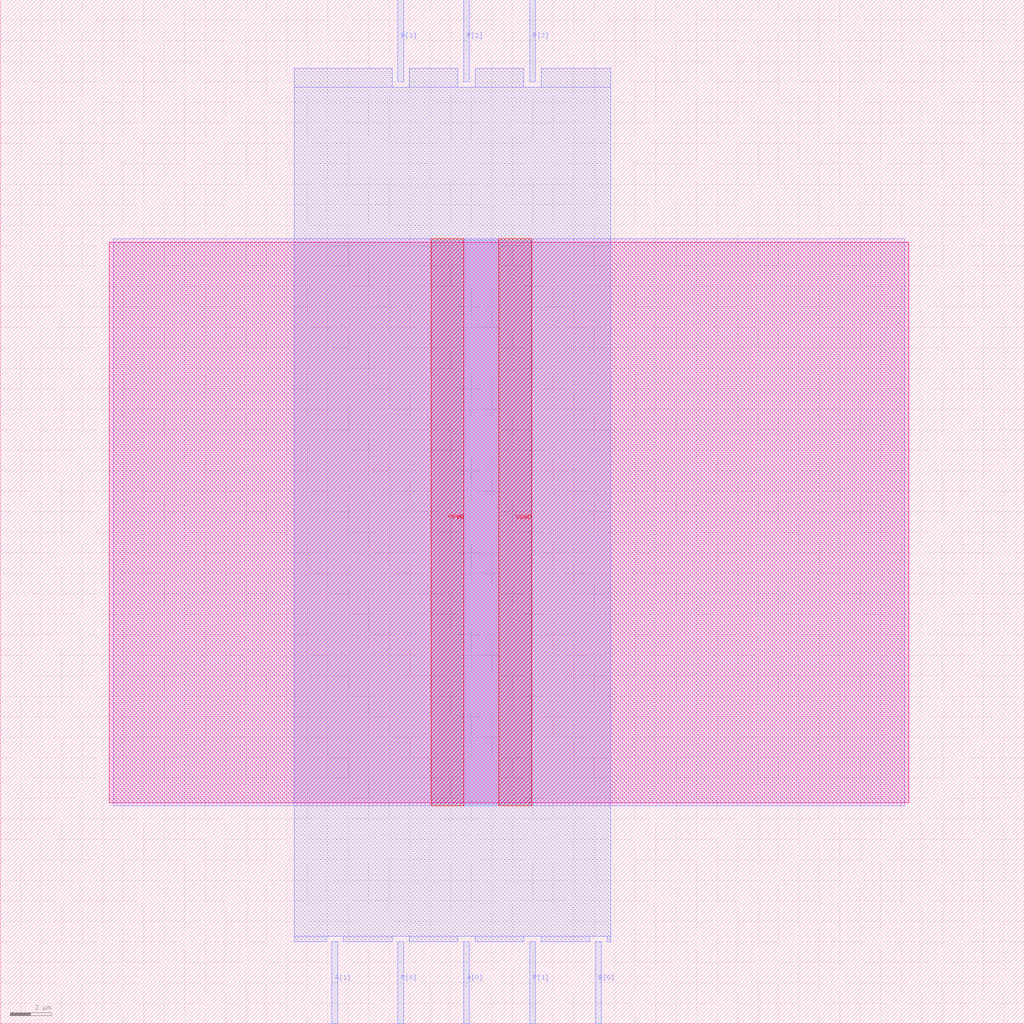
<source format=lef>
VERSION 5.7 ;
  NOWIREEXTENSIONATPIN ON ;
  DIVIDERCHAR "/" ;
  BUSBITCHARS "[]" ;
MACRO Sarsa_Ruido_e9
  CLASS BLOCK ;
  FOREIGN Sarsa_Ruido_e9 ;
  ORIGIN 0.000 0.000 ;
  SIZE 50.000 BY 50.000 ;
  PIN A[0]
    DIRECTION INPUT ;
    USE SIGNAL ;
    ANTENNAGATEAREA 0.196500 ;
    PORT
      LAYER met2 ;
        RECT 22.630 0.000 22.910 4.000 ;
    END
  END A[0]
  PIN A[1]
    DIRECTION INPUT ;
    USE SIGNAL ;
    ANTENNAGATEAREA 0.196500 ;
    PORT
      LAYER met2 ;
        RECT 16.190 0.000 16.470 4.000 ;
    END
  END A[1]
  PIN B[0]
    DIRECTION INPUT ;
    USE SIGNAL ;
    ANTENNAGATEAREA 0.196500 ;
    PORT
      LAYER met2 ;
        RECT 29.070 0.000 29.350 4.000 ;
    END
  END B[0]
  PIN B[1]
    DIRECTION INPUT ;
    USE SIGNAL ;
    ANTENNAGATEAREA 0.196500 ;
    PORT
      LAYER met2 ;
        RECT 19.410 46.000 19.690 50.000 ;
    END
  END B[1]
  PIN P[0]
    DIRECTION OUTPUT ;
    USE SIGNAL ;
    ANTENNADIFFAREA 0.445500 ;
    PORT
      LAYER met2 ;
        RECT 19.410 0.000 19.690 4.000 ;
    END
  END P[0]
  PIN P[1]
    DIRECTION OUTPUT ;
    USE SIGNAL ;
    ANTENNADIFFAREA 0.445500 ;
    PORT
      LAYER met2 ;
        RECT 25.850 0.000 26.130 4.000 ;
    END
  END P[1]
  PIN P[2]
    DIRECTION OUTPUT ;
    USE SIGNAL ;
    ANTENNADIFFAREA 0.445500 ;
    PORT
      LAYER met2 ;
        RECT 22.630 46.000 22.910 50.000 ;
    END
  END P[2]
  PIN P[3]
    DIRECTION OUTPUT ;
    USE SIGNAL ;
    ANTENNADIFFAREA 0.445500 ;
    PORT
      LAYER met2 ;
        RECT 25.850 46.000 26.130 50.000 ;
    END
  END P[3]
  PIN VGND
    DIRECTION INOUT ;
    USE GROUND ;
    PORT
      LAYER met4 ;
        RECT 24.340 10.640 25.940 38.320 ;
    END
  END VGND
  PIN VPWR
    DIRECTION INOUT ;
    USE POWER ;
    PORT
      LAYER met4 ;
        RECT 21.040 10.640 22.640 38.320 ;
    END
  END VPWR
  OBS
      LAYER nwell ;
        RECT 5.330 10.795 44.350 38.165 ;
      LAYER li1 ;
        RECT 5.520 10.795 44.160 38.165 ;
      LAYER met1 ;
        RECT 5.520 10.640 44.160 38.320 ;
      LAYER met2 ;
        RECT 14.360 45.720 19.130 46.650 ;
        RECT 19.970 45.720 22.350 46.650 ;
        RECT 23.190 45.720 25.570 46.650 ;
        RECT 26.410 45.720 29.800 46.650 ;
        RECT 14.360 4.280 29.800 45.720 ;
        RECT 14.360 4.000 15.910 4.280 ;
        RECT 16.750 4.000 19.130 4.280 ;
        RECT 19.970 4.000 22.350 4.280 ;
        RECT 23.190 4.000 25.570 4.280 ;
        RECT 26.410 4.000 28.790 4.280 ;
        RECT 29.630 4.000 29.800 4.280 ;
      LAYER met3 ;
        RECT 21.050 10.715 25.930 38.245 ;
  END
END Sarsa_Ruido_e9
END LIBRARY


</source>
